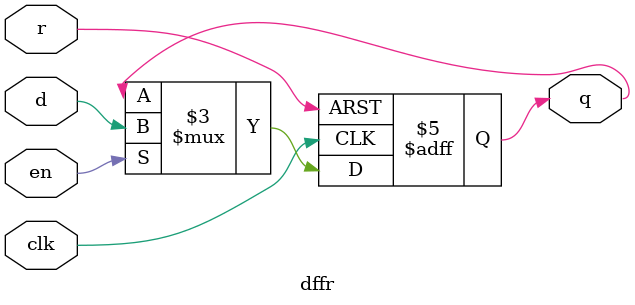
<source format=v>
module dffr(r, en, clk, d, q);
    parameter n = 1;
    input en, r, clk;
    input [n-1:0] d; 
    output reg[n-1:0] q;
    
    always @(posedge clk or posedge r) // The process will get activated at the positive edge of clk or r
    begin 
        if(r)  q = 0;
        else if(en) q = d; 
            else q = q;
    end
endmodule
</source>
